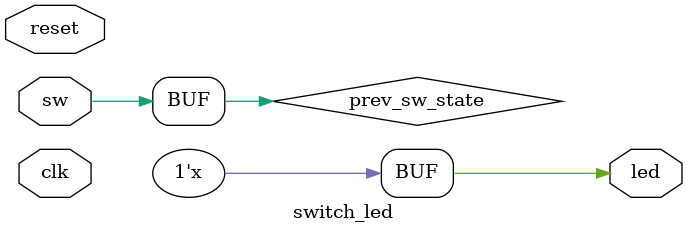
<source format=v>
module switch_led (
    input wire clk,        // Clock input
    input wire reset,      // Reset input
    input wire sw,         // Switch input
    output reg led         // LED output
);

// Define a register to store the state of the switch
reg prev_sw_state;

// Synchronous reset
always @(posedge clk, posedge reset)
begin
    if (reset)
        prev_sw_state <= 1'b0;  // Initialize to LED off
    else
        prev_sw_state <= sw;     // Store the current state of the switch
end

// Combinational logic to control the LED
always @*
begin
    if (sw && !prev_sw_state)   // Detect rising edge of the switch
        led <= ~led;            // Toggle the LED
    prev_sw_state <= sw;        // Update the previous switch state
end

endmodule

</source>
